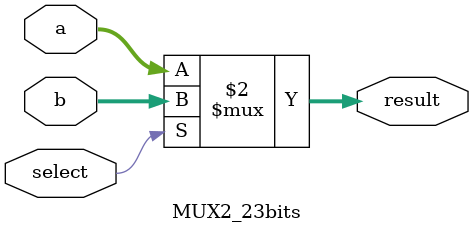
<source format=v>
module MUX2_23bits(
            input[22:0] a, 
            input[22:0] b,       //0 1
            input select,
            output[22:0] result
);

assign result = (select == 1) ? b : a;


endmodule
</source>
